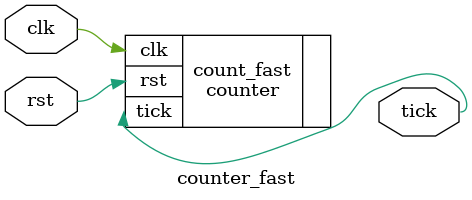
<source format=sv>
`timescale 1ns / 1ps


module counter_fast(
    input clk,
    input rst,
    output tick
    );
    
    counter #(.N(24)) count_fast (
       .clk(clk),
       .rst(rst),
       .tick(tick)
    );
    
endmodule

</source>
